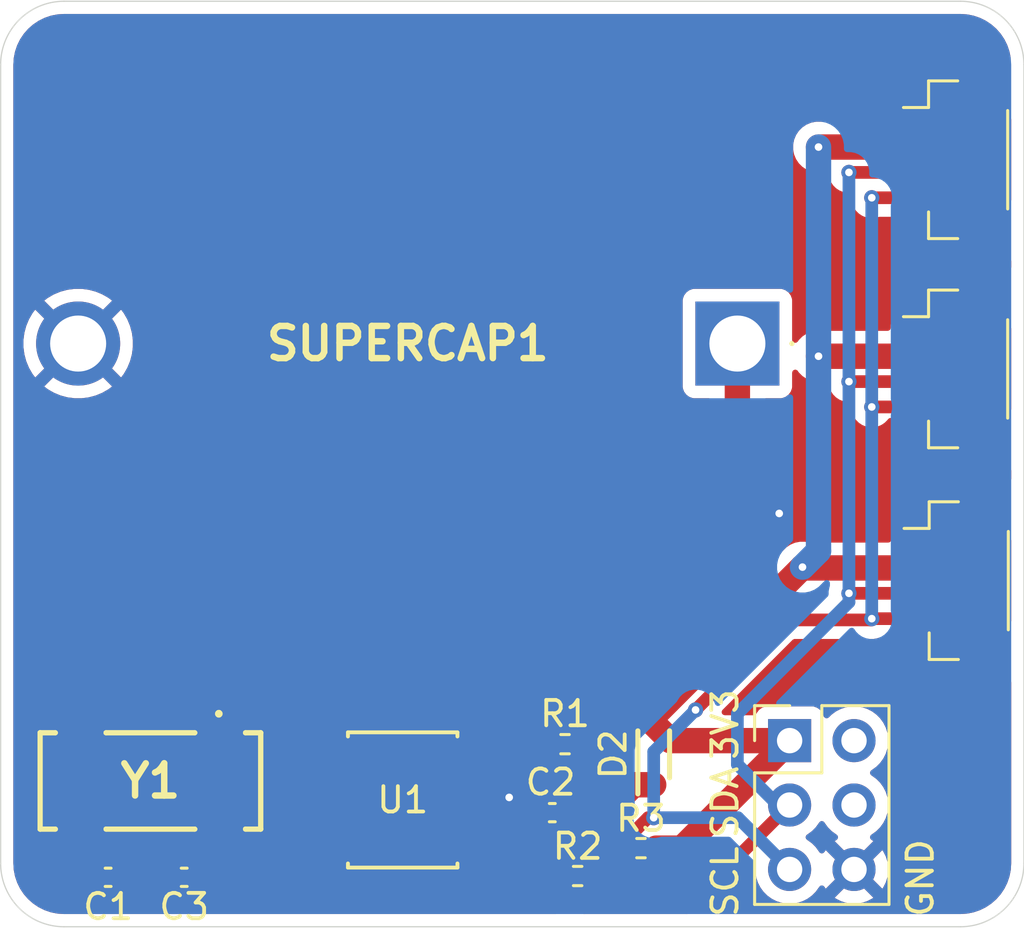
<source format=kicad_pcb>
(kicad_pcb (version 20241229) (generator "pcbnew") (generator_version "9.0")
  (layers (0 "F.Cu" signal) (2 "B.Cu" signal) (13 "F.Paste" user) (15 "B.Paste" user) (5 "F.SilkS" user "F.Silkscreen") (7 "B.SilkS" user "B.Silkscreen") (1 "F.Mask" user) (3 "B.Mask" user) (25 "Edge.Cuts" user))
  (net 0 "")
  (net 1 "GND")
  (net 2 "Net-(U1-OSCI)")
  (net 3 "Net-(D2-K)")
  (net 4 "Net-(U1-OSCO)")
  (net 5 "+3.3V")
  (net 6 "scl")
  (net 7 "sda")
  (net 8 "Net-(SUPERCAP1-+)")
  (footprint "Capacitor_SMD:C_0402_1005Metric_Pad0.74x0.62mm_HandSolder" (layer "F.Cu") (at 82.7 98.5 180)
    (property "Reference" "C2" (at 0.0675 1.2 0) (layer "F.SilkS"))
    (property "Value" "0.1u" (hide yes))
    (fp_line (start -0.115835 0.36) (end 0.115835 0.36) (stroke (width 0.12)) (layer "F.SilkS"))
    (fp_line (start -0.115835 -0.36) (end 0.115835 -0.36) (stroke (width 0.12)) (layer "F.SilkS"))
    (pad "1" smd roundrect (at -0.5675 0 180) (size 0.735 0.62) (layers "F.Cu" "F.Mask" "F.Paste") (net 3 "Net-(D2-K)"))
    (pad "2" smd roundrect (at 0.5675 0 180) (size 0.735 0.62) (layers "F.Cu" "F.Mask" "F.Paste") (net 1 "GND"))
  )
  (footprint "Capacitor_SMD:C_0402_1005Metric_Pad0.74x0.62mm_HandSolder" (layer "F.Cu") (at 65.1825 101.05 180)
    (property "Reference" "C1" (at 0 -1.16 0) (layer "F.SilkS"))
    (property "Value" "C" (hide yes))
    (fp_line (start -0.115835 0.36) (end 0.115835 0.36) (stroke (width 0.12)) (layer "F.SilkS"))
    (fp_line (start -0.115835 -0.36) (end 0.115835 -0.36) (stroke (width 0.12)) (layer "F.SilkS"))
    (pad "1" smd roundrect (at -0.5675 0 180) (size 0.735 0.62) (layers "F.Cu" "F.Mask" "F.Paste") (net 2 "Net-(U1-OSCI)"))
    (pad "2" smd roundrect (at 0.5675 0 180) (size 0.735 0.62) (layers "F.Cu" "F.Mask" "F.Paste") (net 1 "GND"))
  )
  (footprint "pcb_footprints:JST_SH_BM04B-SRSS-TB_1x04-1MP_P1.00mm_Vertical" (layer "F.Cu") (at 98.65 72.75 -90)
    (property "Reference" "J3" (hide yes))
    (property "Value" "Conn_01x04" (hide yes))
    (fp_line (start -3.11 1.11) (end -2.06 1.11) (stroke (width 0.12)) (layer "F.SilkS"))
    (fp_line (start -2.06 1.11) (end -2.06 2.1) (stroke (width 0.12)) (layer "F.SilkS"))
    (fp_line (start 3.11 1.11) (end 2.06 1.11) (stroke (width 0.12)) (layer "F.SilkS"))
    (fp_line (start -3.11 -0.04) (end -3.11 1.11) (stroke (width 0.12)) (layer "F.SilkS"))
    (fp_line (start 3.11 -0.04) (end 3.11 1.11) (stroke (width 0.12)) (layer "F.SilkS"))
    (fp_line (start -1.94 -2.01) (end 1.94 -2.01) (stroke (width 0.12)) (layer "F.SilkS"))
    (pad "1" smd roundrect (at -1.5 1.325 270) (size 0.6 1.55) (layers "F.Cu" "F.Mask" "F.Paste") (net 1 "GND"))
    (pad "2" smd roundrect (at -0.5 1.325 270) (size 0.6 1.55) (layers "F.Cu" "F.Mask" "F.Paste") (net 5 "+3.3V"))
    (pad "3" smd roundrect (at 0.5 1.325 270) (size 0.6 1.55) (layers "F.Cu" "F.Mask" "F.Paste") (net 7 "sda"))
    (pad "4" smd roundrect (at 1.5 1.325 270) (size 0.6 1.55) (layers "F.Cu" "F.Mask" "F.Paste") (net 6 "scl"))
    (pad "MP" smd roundrect (at -2.8 -1.2 270) (size 1.2 1.8) (layers "F.Cu" "F.Mask" "F.Paste") (roundrect_rratio 0.208333))
    (pad "MP" smd roundrect (at 2.8 -1.2 270) (size 1.2 1.8) (layers "F.Cu" "F.Mask" "F.Paste") (roundrect_rratio 0.208333))
  )
  (footprint "pcb_footprints:SODFL2512X90N" (layer "F.Cu") (at 86.7 96.2 90)
    (property "Reference" "D2" (at 0 -1.6 90) (layer "F.SilkS"))
    (property "Value" "RB751V-40X_R1" (hide yes))
    (fp_line (start -1.56 -0.625) (end 0.925 -0.625) (stroke (width 0.2)) (layer "F.SilkS"))
    (fp_line (start -0.925 0.625) (end 0.925 0.625) (stroke (width 0.2)) (layer "F.SilkS"))
    (pad "1" smd rect (at -1.2 0 180) (size 0.42 0.72) (layers "F.Cu" "F.Mask" "F.Paste") (net 3 "Net-(D2-K)"))
    (pad "2" smd rect (at 1.2 0 180) (size 0.42 0.72) (layers "F.Cu" "F.Mask" "F.Paste") (net 5 "+3.3V"))
  )
  (footprint "Connector_PinHeader_2.54mm:PinHeader_2x03_P2.54mm_Vertical" (layer "F.Cu") (at 92.06 95.66)
    (property "Reference" "J1" (hide yes))
    (property "Value" "Conn_02x03_Odd_Even" (hide yes))
    (fp_line (start -1.38 -1.38) (end 0 -1.38) (stroke (width 0.12)) (layer "F.SilkS"))
    (fp_line (start -1.38 0) (end -1.38 -1.38) (stroke (width 0.12)) (layer "F.SilkS"))
    (fp_line (start -1.38 1.27) (end -1.38 6.46) (stroke (width 0.12)) (layer "F.SilkS"))
    (fp_line (start -1.38 1.27) (end 1.27 1.27) (stroke (width 0.12)) (layer "F.SilkS"))
    (fp_line (start -1.38 6.46) (end 3.92 6.46) (stroke (width 0.12)) (layer "F.SilkS"))
    (fp_line (start 1.27 -1.38) (end 3.92 -1.38) (stroke (width 0.12)) (layer "F.SilkS"))
    (fp_line (start 1.27 1.27) (end 1.27 -1.38) (stroke (width 0.12)) (layer "F.SilkS"))
    (fp_line (start 3.92 -1.38) (end 3.92 6.46) (stroke (width 0.12)) (layer "F.SilkS"))
    (pad "1" thru_hole rect (at 0 0) (size 1.7 1.7) (drill 1) (layers "*.Cu" "*.Mask") (net 5 "+3.3V"))
    (pad "2" thru_hole circle (at 2.54 0) (size 1.7 1.7) (drill 1) (layers "*.Cu" "*.Mask"))
    (pad "3" thru_hole circle (at 0 2.54) (size 1.7 1.7) (drill 1) (layers "*.Cu" "*.Mask") (net 7 "sda"))
    (pad "4" thru_hole circle (at 2.54 2.54) (size 1.7 1.7) (drill 1) (layers "*.Cu" "*.Mask"))
    (pad "5" thru_hole circle (at 0 5.08) (size 1.7 1.7) (drill 1) (layers "*.Cu" "*.Mask") (net 6 "scl"))
    (pad "6" thru_hole circle (at 2.54 5.08) (size 1.7 1.7) (drill 1) (layers "*.Cu" "*.Mask") (net 1 "GND"))
  )
  (footprint "pcb_footprints:CE5R5505HFZJ" (layer "F.Cu") (at 90 80)
    (property "Reference" "SUPERCAP1" (at -13 0 0) (layer "F.SilkS") (effects (font (size 1.27 1.27) (thickness 0.254))))
    (property "Value" "5" (hide yes))
    (fp_line (start 2.1 0) (end 2.1 0) (stroke (width 0.1)) (layer "F.SilkS"))
    (fp_line (start 2.2 0) (end 2.2 0) (stroke (width 0.1)) (layer "F.SilkS"))
    (fp_arc (start 2.1 0) (mid 2.15 -0.05) (end 2.2 0) (stroke (width 0.1)) (layer "F.SilkS"))
    (fp_arc (start 2.2 0) (mid 2.15 0.05) (end 2.1 0) (stroke (width 0.1)) (layer "F.SilkS"))
    (pad "1" thru_hole rect (at 0 0) (size 3.315 3.315) (drill 2.21) (layers "*.Cu" "*.Mask") (net 8 "Net-(SUPERCAP1-+)"))
    (pad "2" thru_hole circle (at -26 0) (size 3.315 3.315) (drill 2.21) (layers "*.Cu" "*.Mask") (net 1 "GND"))
  )
  (footprint "Resistor_SMD:R_0402_1005Metric_Pad0.72x0.64mm_HandSolder" (layer "F.Cu") (at 86.1975 99.9)
    (property "Reference" "R3" (at 0 -1.17 0) (layer "F.SilkS"))
    (property "Value" "2.5k" (hide yes))
    (fp_line (start -0.167621 -0.38) (end 0.167621 -0.38) (stroke (width 0.12)) (layer "F.SilkS"))
    (fp_line (start -0.167621 0.38) (end 0.167621 0.38) (stroke (width 0.12)) (layer "F.SilkS"))
    (pad "1" smd roundrect (at -0.5975 0) (size 0.715 0.64) (layers "F.Cu" "F.Mask" "F.Paste") (net 6 "scl"))
    (pad "2" smd roundrect (at 0.5975 0) (size 0.715 0.64) (layers "F.Cu" "F.Mask" "F.Paste") (net 5 "+3.3V"))
  )
  (footprint "pcb_footprints:JST_SH_BM04B-SRSS-TB_1x04-1MP_P1.00mm_Vertical" (layer "F.Cu") (at 98.675 89.35 -90)
    (property "Reference" "J2" (hide yes))
    (property "Value" "Conn_01x04" (hide yes))
    (fp_line (start -3.11 1.11) (end -2.06 1.11) (stroke (width 0.12)) (layer "F.SilkS"))
    (fp_line (start -2.06 1.11) (end -2.06 2.1) (stroke (width 0.12)) (layer "F.SilkS"))
    (fp_line (start 3.11 1.11) (end 2.06 1.11) (stroke (width 0.12)) (layer "F.SilkS"))
    (fp_line (start -3.11 -0.04) (end -3.11 1.11) (stroke (width 0.12)) (layer "F.SilkS"))
    (fp_line (start 3.11 -0.04) (end 3.11 1.11) (stroke (width 0.12)) (layer "F.SilkS"))
    (fp_line (start -1.94 -2.01) (end 1.94 -2.01) (stroke (width 0.12)) (layer "F.SilkS"))
    (pad "1" smd roundrect (at -1.5 1.325 270) (size 0.6 1.55) (layers "F.Cu" "F.Mask" "F.Paste") (net 1 "GND"))
    (pad "2" smd roundrect (at -0.5 1.325 270) (size 0.6 1.55) (layers "F.Cu" "F.Mask" "F.Paste") (net 5 "+3.3V"))
    (pad "3" smd roundrect (at 0.5 1.325 270) (size 0.6 1.55) (layers "F.Cu" "F.Mask" "F.Paste") (net 7 "sda"))
    (pad "4" smd roundrect (at 1.5 1.325 270) (size 0.6 1.55) (layers "F.Cu" "F.Mask" "F.Paste") (net 6 "scl"))
    (pad "MP" smd roundrect (at -2.8 -1.2 270) (size 1.2 1.8) (layers "F.Cu" "F.Mask" "F.Paste") (roundrect_rratio 0.208333))
    (pad "MP" smd roundrect (at 2.8 -1.2 270) (size 1.2 1.8) (layers "F.Cu" "F.Mask" "F.Paste") (roundrect_rratio 0.208333))
  )
  (footprint "Capacitor_SMD:C_0402_1005Metric_Pad0.74x0.62mm_HandSolder" (layer "F.Cu") (at 68.1825 101.05 180)
    (property "Reference" "C3" (at 0 -1.16 0) (layer "F.SilkS"))
    (property "Value" "C" (hide yes))
    (fp_line (start -0.115835 0.36) (end 0.115835 0.36) (stroke (width 0.12)) (layer "F.SilkS"))
    (fp_line (start -0.115835 -0.36) (end 0.115835 -0.36) (stroke (width 0.12)) (layer "F.SilkS"))
    (pad "1" smd roundrect (at -0.5675 0 180) (size 0.735 0.62) (layers "F.Cu" "F.Mask" "F.Paste") (net 4 "Net-(U1-OSCO)"))
    (pad "2" smd roundrect (at 0.5675 0 180) (size 0.735 0.62) (layers "F.Cu" "F.Mask" "F.Paste") (net 1 "GND"))
  )
  (footprint "pcb_footprints:PCF8563T_5_518_U_SO8_NXP" (layer "F.Cu") (at 76.8 98)
    (property "Reference" "U1" (at 0 0 0) (layer "F.SilkS"))
    (property "Value" "PCF8563T/5_518" (hide yes))
    (fp_line (start -2.159 -2.667) (end -2.159 -2.50444) (stroke (width 0.1524)) (layer "F.SilkS"))
    (fp_line (start -2.159 2.50444) (end -2.159 2.667) (stroke (width 0.1524)) (layer "F.SilkS"))
    (fp_line (start -2.159 2.667) (end 2.159 2.667) (stroke (width 0.1524)) (layer "F.SilkS"))
    (fp_line (start 2.159 -2.667) (end -2.159 -2.667) (stroke (width 0.1524)) (layer "F.SilkS"))
    (fp_line (start 2.159 -2.50444) (end 2.159 -2.667) (stroke (width 0.1524)) (layer "F.SilkS"))
    (fp_line (start 2.159 2.667) (end 2.159 2.50444) (stroke (width 0.1524)) (layer "F.SilkS"))
    (pad "1" smd rect (at -2.7432 -1.905) (size 1.4224 0.5334) (layers "F.Cu" "F.Mask" "F.Paste") (net 2 "Net-(U1-OSCI)"))
    (pad "2" smd rect (at -2.7432 -0.635) (size 1.4224 0.5334) (layers "F.Cu" "F.Mask" "F.Paste") (net 4 "Net-(U1-OSCO)"))
    (pad "3" smd rect (at -2.7432 0.635) (size 1.4224 0.5334) (layers "F.Cu" "F.Mask" "F.Paste"))
    (pad "4" smd rect (at -2.7432 1.905) (size 1.4224 0.5334) (layers "F.Cu" "F.Mask" "F.Paste") (net 1 "GND"))
    (pad "5" smd rect (at 2.7432 1.905) (size 1.4224 0.5334) (layers "F.Cu" "F.Mask" "F.Paste") (net 7 "sda"))
    (pad "6" smd rect (at 2.7432 0.635) (size 1.4224 0.5334) (layers "F.Cu" "F.Mask" "F.Paste") (net 6 "scl"))
    (pad "7" smd rect (at 2.7432 -0.635) (size 1.4224 0.5334) (layers "F.Cu" "F.Mask" "F.Paste"))
    (pad "8" smd rect (at 2.7432 -1.905) (size 1.4224 0.5334) (layers "F.Cu" "F.Mask" "F.Paste") (net 3 "Net-(D2-K)"))
  )
  (footprint "pcb_footprints:LFXTAL016178REEL" (layer "F.Cu") (at 66.85 97.25 180)
    (property "Reference" "Y1" (at 0 0 0) (layer "F.SilkS") (effects (font (size 1.27 1.27) (thickness 0.254))))
    (property "Value" "LFXTAL016178REEL" (hide yes))
    (fp_line (start 4.35 1.9) (end 4.35 1.9) (stroke (width 0.2)) (layer "F.SilkS"))
    (fp_line (start 4.35 1.9) (end 4.35 1.9) (stroke (width 0.2)) (layer "F.SilkS"))
    (fp_line (start 4.35 1.9) (end 4.35 -1.9) (stroke (width 0.2)) (layer "F.SilkS"))
    (fp_line (start 4.35 1.9) (end 3.75 1.9) (stroke (width 0.2)) (layer "F.SilkS"))
    (fp_line (start 4.35 -1.9) (end 4.35 1.9) (stroke (width 0.2)) (layer "F.SilkS"))
    (fp_line (start 4.35 -1.9) (end 4.35 -1.9) (stroke (width 0.2)) (layer "F.SilkS"))
    (fp_line (start 4.35 -1.9) (end 4.35 -1.9) (stroke (width 0.2)) (layer "F.SilkS"))
    (fp_line (start 4.35 -1.9) (end 3.75 -1.9) (stroke (width 0.2)) (layer "F.SilkS"))
    (fp_line (start 3.75 1.9) (end 4.35 1.9) (stroke (width 0.2)) (layer "F.SilkS"))
    (fp_line (start 3.75 1.9) (end 3.75 1.9) (stroke (width 0.2)) (layer "F.SilkS"))
    (fp_line (start 3.75 -1.9) (end 4.35 -1.9) (stroke (width 0.2)) (layer "F.SilkS"))
    (fp_line (start 3.75 -1.9) (end 3.75 -1.9) (stroke (width 0.2)) (layer "F.SilkS"))
    (fp_line (start 1.75 1.9) (end 1.75 1.9) (stroke (width 0.2)) (layer "F.SilkS"))
    (fp_line (start 1.75 1.9) (end -1.75 1.9) (stroke (width 0.2)) (layer "F.SilkS"))
    (fp_line (start 1.75 -1.9) (end 1.75 -1.9) (stroke (width 0.2)) (layer "F.SilkS"))
    (fp_line (start 1.75 -1.9) (end -1.75 -1.9) (stroke (width 0.2)) (layer "F.SilkS"))
    (fp_line (start -1.75 1.9) (end 1.75 1.9) (stroke (width 0.2)) (layer "F.SilkS"))
    (fp_line (start -1.75 1.9) (end -1.75 1.9) (stroke (width 0.2)) (layer "F.SilkS"))
    (fp_line (start -1.75 -1.9) (end 1.75 -1.9) (stroke (width 0.2)) (layer "F.SilkS"))
    (fp_line (start -1.75 -1.9) (end -1.75 -1.9) (stroke (width 0.2)) (layer "F.SilkS"))
    (fp_line (start -2.7 2.7) (end -2.7 2.7) (stroke (width 0.2)) (layer "F.SilkS"))
    (fp_line (start -2.7 2.7) (end -2.7 2.7) (stroke (width 0.2)) (layer "F.SilkS"))
    (fp_line (start -2.7 2.6) (end -2.7 2.6) (stroke (width 0.2)) (layer "F.SilkS"))
    (fp_line (start -3.75 1.9) (end -3.75 1.9) (stroke (width 0.2)) (layer "F.SilkS"))
    (fp_line (start -3.75 1.9) (end -4.35 1.9) (stroke (width 0.2)) (layer "F.SilkS"))
    (fp_line (start -3.75 -1.9) (end -3.75 -1.9) (stroke (width 0.2)) (layer "F.SilkS"))
    (fp_line (start -3.75 -1.9) (end -4.35 -1.9) (stroke (width 0.2)) (layer "F.SilkS"))
    (fp_line (start -4.35 1.9) (end -3.75 1.9) (stroke (width 0.2)) (layer "F.SilkS"))
    (fp_line (start -4.35 1.9) (end -4.35 1.9) (stroke (width 0.2)) (layer "F.SilkS"))
    (fp_line (start -4.35 1.9) (end -4.35 1.9) (stroke (width 0.2)) (layer "F.SilkS"))
    (fp_line (start -4.35 1.9) (end -4.35 -1.9) (stroke (width 0.2)) (layer "F.SilkS"))
    (fp_line (start -4.35 -1.9) (end -3.75 -1.9) (stroke (width 0.2)) (layer "F.SilkS"))
    (fp_line (start -4.35 -1.9) (end -4.35 1.9) (stroke (width 0.2)) (layer "F.SilkS"))
    (fp_line (start -4.35 -1.9) (end -4.35 -1.9) (stroke (width 0.2)) (layer "F.SilkS"))
    (fp_line (start -4.35 -1.9) (end -4.35 -1.9) (stroke (width 0.2)) (layer "F.SilkS"))
    (fp_arc (start -2.7 2.7) (mid -2.75 2.65) (end -2.7 2.6) (stroke (width 0.2)) (layer "F.SilkS"))
    (fp_arc (start -2.7 2.6) (mid -2.65 2.65) (end -2.7 2.7) (stroke (width 0.2)) (layer "F.SilkS"))
    (fp_arc (start -2.7 2.6) (mid -2.65 2.65) (end -2.7 2.7) (stroke (width 0.2)) (layer "F.SilkS"))
    (pad "1" smd rect (at -2.75 1.15 180) (size 0.7 1.6) (layers "F.Cu" "F.Mask" "F.Paste") (net 2 "Net-(U1-OSCI)"))
    (pad "2" smd rect (at 2.75 1.15 180) (size 0.7 1.6) (layers "F.Cu" "F.Mask" "F.Paste") (net 1 "GND"))
    (pad "3" smd rect (at 2.75 -1.15 180) (size 0.7 1.6) (layers "F.Cu" "F.Mask" "F.Paste") (net 1 "GND"))
    (pad "4" smd rect (at -2.75 -1.15 180) (size 0.7 1.6) (layers "F.Cu" "F.Mask" "F.Paste") (net 4 "Net-(U1-OSCO)"))
  )
  (footprint "pcb_footprints:JST_SH_BM04B-SRSS-TB_1x04-1MP_P1.00mm_Vertical" (layer "F.Cu") (at 98.65 81 -90)
    (property "Reference" "J4" (hide yes))
    (property "Value" "Conn_01x04" (hide yes))
    (fp_line (start -3.11 1.11) (end -2.06 1.11) (stroke (width 0.12)) (layer "F.SilkS"))
    (fp_line (start -2.06 1.11) (end -2.06 2.1) (stroke (width 0.12)) (layer "F.SilkS"))
    (fp_line (start 3.11 1.11) (end 2.06 1.11) (stroke (width 0.12)) (layer "F.SilkS"))
    (fp_line (start -3.11 -0.04) (end -3.11 1.11) (stroke (width 0.12)) (layer "F.SilkS"))
    (fp_line (start 3.11 -0.04) (end 3.11 1.11) (stroke (width 0.12)) (layer "F.SilkS"))
    (fp_line (start -1.94 -2.01) (end 1.94 -2.01) (stroke (width 0.12)) (layer "F.SilkS"))
    (pad "1" smd roundrect (at -1.5 1.325 270) (size 0.6 1.55) (layers "F.Cu" "F.Mask" "F.Paste") (net 1 "GND"))
    (pad "2" smd roundrect (at -0.5 1.325 270) (size 0.6 1.55) (layers "F.Cu" "F.Mask" "F.Paste") (net 5 "+3.3V"))
    (pad "3" smd roundrect (at 0.5 1.325 270) (size 0.6 1.55) (layers "F.Cu" "F.Mask" "F.Paste") (net 7 "sda"))
    (pad "4" smd roundrect (at 1.5 1.325 270) (size 0.6 1.55) (layers "F.Cu" "F.Mask" "F.Paste") (net 6 "scl"))
    (pad "MP" smd roundrect (at -2.8 -1.2 270) (size 1.2 1.8) (layers "F.Cu" "F.Mask" "F.Paste") (roundrect_rratio 0.208333))
    (pad "MP" smd roundrect (at 2.8 -1.2 270) (size 1.2 1.8) (layers "F.Cu" "F.Mask" "F.Paste") (roundrect_rratio 0.208333))
  )
  (footprint "Resistor_SMD:R_0402_1005Metric_Pad0.72x0.64mm_HandSolder" (layer "F.Cu") (at 83.2025 95.8 180)
    (property "Reference" "R1" (at 0.0025 1.2 0) (layer "F.SilkS"))
    (property "Value" "20k" (hide yes))
    (fp_line (start -0.167621 0.38) (end 0.167621 0.38) (stroke (width 0.12)) (layer "F.SilkS"))
    (fp_line (start -0.167621 -0.38) (end 0.167621 -0.38) (stroke (width 0.12)) (layer "F.SilkS"))
    (pad "1" smd roundrect (at -0.5975 0 180) (size 0.715 0.64) (layers "F.Cu" "F.Mask" "F.Paste") (net 8 "Net-(SUPERCAP1-+)"))
    (pad "2" smd roundrect (at 0.5975 0 180) (size 0.715 0.64) (layers "F.Cu" "F.Mask" "F.Paste") (net 3 "Net-(D2-K)"))
  )
  (footprint "Resistor_SMD:R_0402_1005Metric_Pad0.72x0.64mm_HandSolder" (layer "F.Cu") (at 83.7 101)
    (property "Reference" "R2" (at 0 -1.17 0) (layer "F.SilkS"))
    (property "Value" "2.5k" (hide yes))
    (fp_line (start -0.167621 -0.38) (end 0.167621 -0.38) (stroke (width 0.12)) (layer "F.SilkS"))
    (fp_line (start -0.167621 0.38) (end 0.167621 0.38) (stroke (width 0.12)) (layer "F.SilkS"))
    (pad "1" smd roundrect (at -0.5975 0) (size 0.715 0.64) (layers "F.Cu" "F.Mask" "F.Paste") (net 7 "sda"))
    (pad "2" smd roundrect (at 0.5975 0) (size 0.715 0.64) (layers "F.Cu" "F.Mask" "F.Paste") (net 5 "+3.3V"))
  )
  (gr_arc (start 101.3 100.5) (mid 100.567767 102.267767) (end 98.8 103) (stroke (width 0.05)) (layer "Edge.Cuts"))
  (gr_line (start 101.3 69) (end 101.3 100.5) (stroke (width 0.05)) (layer "Edge.Cuts"))
  (gr_line (start 63.443 66.5) (end 98.8 66.5) (stroke (width 0.05)) (layer "Edge.Cuts"))
  (gr_arc (start 60.943 69) (mid 61.675233 67.232233) (end 63.443 66.5) (stroke (width 0.05)) (layer "Edge.Cuts"))
  (gr_line (start 60.943 100.5) (end 60.943 69) (stroke (width 0.05)) (layer "Edge.Cuts"))
  (gr_arc (start 63.443 103) (mid 61.675233 102.267767) (end 60.943 100.5) (stroke (width 0.05)) (layer "Edge.Cuts"))
  (gr_line (start 98.8 103) (end 63.443 103) (stroke (width 0.05)) (layer "Edge.Cuts"))
  (gr_arc (start 98.8 66.5) (mid 100.567767 67.232233) (end 101.3 69) (stroke (width 0.05)) (layer "Edge.Cuts"))
  (gr_text "GND" (at 97.8 102.7 90) (layer "F.SilkS") (effects (font (size 1 1)) (justify left bottom)))
  (gr_text "SDA" (at 90.1 99.6 90) (layer "F.SilkS") (effects (font (size 1 1)) (justify left bottom)))
  (gr_text "3V3" (at 90.1 96.5 90) (layer "F.SilkS") (effects (font (size 1 1)) (justify left bottom)))
  (gr_text "SCL" (at 90.1 102.7 90) (layer "F.SilkS") (effects (font (size 1 1)) (justify left bottom)))
  (via (at 91.65 86.7) (size 0.6) (drill 0.3) (layers "F.Cu" "B.Cu") (net 1))
  (via (at 81 97.9) (size 0.6) (drill 0.3) (layers "F.Cu" "B.Cu") (net 1))
  (segment (start 65.75 101.05) (end 65.75 99.75) (width 0.5) (layer "F.Cu") (net 2))
  (segment (start 65.75 99.75) (end 69.4 96.1) (width 0.5) (layer "F.Cu") (net 2))
  (segment (start 69.4 96.1) (end 69.6 96.1) (width 0.5) (layer "F.Cu") (net 2))
  (segment (start 69.605 96.095) (end 69.6 96.1) (width 0.5) (layer "F.Cu") (net 2))
  (segment (start 74.0568 96.095) (end 69.605 96.095) (width 0.5) (layer "F.Cu") (net 2))
  (segment (start 74.0518 96.1) (end 74.0568 96.095) (width 0.5) (layer "F.Cu") (net 2))
  (segment (start 82.605 95.8) (end 82.605 96.184572) (width 1) (layer "F.Cu") (net 3))
  (segment (start 85.9 97.4) (end 84.8 98.5) (width 1) (layer "F.Cu") (net 3))
  (segment (start 82.605 95.8) (end 79.8382 95.8) (width 1) (layer "F.Cu") (net 3))
  (segment (start 86.7 97.4) (end 85.9 97.4) (width 1) (layer "F.Cu") (net 3))
  (segment (start 82.605 96.184572) (end 83.2675 96.847072) (width 1) (layer "F.Cu") (net 3))
  (segment (start 83.2675 98.5) (end 84.8 98.5) (width 1) (layer "F.Cu") (net 3))
  (segment (start 83.2675 96.847072) (end 83.2675 98.5) (width 1) (layer "F.Cu") (net 3))
  (segment (start 79.8382 95.8) (end 79.5432 96.095) (width 1) (layer "F.Cu") (net 3))
  (segment (start 74.0568 97.365) (end 70.635 97.365) (width 0.5) (layer "F.Cu") (net 4))
  (segment (start 68.75 101.05) (end 68.75 99.25) (width 0.5) (layer "F.Cu") (net 4))
  (segment (start 68.75 99.25) (end 69.6 98.4) (width 0.5) (layer "F.Cu") (net 4))
  (segment (start 70.635 97.365) (end 69.6 98.4) (width 0.5) (layer "F.Cu") (net 4))
  (segment (start 86.795 99.9) (end 87.82 99.9) (width 1) (layer "F.Cu") (net 5))
  (segment (start 87.82 99.9) (end 92.06 95.66) (width 1) (layer "F.Cu") (net 5))
  (segment (start 86.72 101) (end 87.82 99.9) (width 1) (layer "F.Cu") (net 5))
  (segment (start 93.2 80.5) (end 97.325 80.5) (width 1) (layer "F.Cu") (net 5))
  (segment (start 92.6 88.85) (end 97.35 88.85) (width 1) (layer "F.Cu") (net 5))
  (segment (start 84.2975 101) (end 86.72 101) (width 1) (layer "F.Cu") (net 5))
  (segment (start 92.567186 88.817186) (end 92.6 88.85) (width 1) (layer "F.Cu") (net 5))
  (segment (start 87.36 95.66) (end 86.7 95) (width 1) (layer "F.Cu") (net 5))
  (segment (start 93.2 72.25) (end 97.325 72.25) (width 1) (layer "F.Cu") (net 5))
  (segment (start 92.567186 88.817186) (end 86.7 94.684372) (width 1) (layer "F.Cu") (net 5))
  (segment (start 92.06 95.66) (end 87.36 95.66) (width 1) (layer "F.Cu") (net 5))
  (segment (start 86.7 94.684372) (end 86.7 95) (width 1) (layer "F.Cu") (net 5))
  (via (at 93.2 80.5) (size 0.6) (drill 0.3) (layers "F.Cu" "B.Cu") (net 5))
  (via (at 93.2 72.25) (size 0.6) (drill 0.3) (layers "F.Cu" "B.Cu") (net 5))
  (via (at 92.567186 88.817186) (size 0.6) (drill 0.3) (layers "F.Cu" "B.Cu") (net 5))
  (segment (start 93.2 88.184372) (end 92.567186 88.817186) (width 1) (layer "B.Cu") (net 5))
  (segment (start 93.2 72.25) (end 93.2 88.184372) (width 1) (layer "B.Cu") (net 5))
  (segment (start 86.480001 98.7) (end 86.7 98.7) (width 0.5) (layer "F.Cu") (net 6))
  (segment (start 95.3 90.85) (end 97.35 90.85) (width 0.5) (layer "F.Cu") (net 6))
  (segment (start 91.9 90.9) (end 88.35 94.45) (width 0.5) (layer "F.Cu") (net 6))
  (segment (start 85.2 99.5) (end 84.2 99.5) (width 0.5) (layer "F.Cu") (net 6))
  (segment (start 85.6 99.9) (end 85.2 99.5) (width 0.5) (layer "F.Cu") (net 6))
  (segment (start 80.1531 98.635) (end 79.5432 98.635) (width 0.5) (layer "F.Cu") (net 6))
  (segment (start 95.3 82.5) (end 97.325 82.5) (width 0.5) (layer "F.Cu") (net 6))
  (segment (start 85.6 99.580001) (end 86.480001 98.7) (width 0.5) (layer "F.Cu") (net 6))
  (segment (start 85.6 99.9) (end 85.6 99.580001) (width 0.5) (layer "F.Cu") (net 6))
  (segment (start 95.3 90.85) (end 95.25 90.9) (width 0.5) (layer "F.Cu") (net 6))
  (segment (start 95.25 90.9) (end 91.9 90.9) (width 0.5) (layer "F.Cu") (net 6))
  (segment (start 81.0181 99.5) (end 80.1531 98.635) (width 0.5) (layer "F.Cu") (net 6))
  (segment (start 95.3 74.25) (end 97.325 74.25) (width 0.5) (layer "F.Cu") (net 6))
  (segment (start 84.2 99.5) (end 81.0181 99.5) (width 0.5) (layer "F.Cu") (net 6))
  (via (at 88.35 94.45) (size 0.6) (drill 0.3) (layers "F.Cu" "B.Cu") (net 6))
  (via (at 95.3 90.85) (size 0.6) (drill 0.3) (layers "F.Cu" "B.Cu") (net 6))
  (via (at 86.7 98.7) (size 0.6) (drill 0.3) (layers "F.Cu" "B.Cu") (net 6))
  (via (at 95.3 74.25) (size 0.6) (drill 0.3) (layers "F.Cu" "B.Cu") (net 6))
  (via (at 95.3 82.5) (size 0.6) (drill 0.3) (layers "F.Cu" "B.Cu") (net 6))
  (segment (start 86.7 98.7) (end 86.7 96.1) (width 0.5) (layer "B.Cu") (net 6))
  (segment (start 86.7 96.1) (end 88.35 94.45) (width 0.5) (layer "B.Cu") (net 6))
  (segment (start 90.02 98.7) (end 92.06 100.74) (width 0.5) (layer "B.Cu") (net 6))
  (segment (start 95.3 74.25) (end 95.3 90.85) (width 0.5) (layer "B.Cu") (net 6))
  (segment (start 86.7 98.7) (end 90.02 98.7) (width 0.5) (layer "B.Cu") (net 6))
  (segment (start 83.949 102.249) (end 88.011 102.249) (width 0.5) (layer "F.Cu") (net 7))
  (segment (start 94.4 73.25) (end 97.325 73.25) (width 0.5) (layer "F.Cu") (net 7))
  (segment (start 80.6382 101) (end 79.5432 99.905) (width 0.5) (layer "F.Cu") (net 7))
  (segment (start 88.011 102.249) (end 92.06 98.2) (width 0.5) (layer "F.Cu") (net 7))
  (segment (start 83.1025 101) (end 80.6382 101) (width 0.5) (layer "F.Cu") (net 7))
  (segment (start 94.4 89.85) (end 97.35 89.85) (width 0.5) (layer "F.Cu") (net 7))
  (segment (start 83.1025 101) (end 83.1025 101.4025) (width 0.5) (layer "F.Cu") (net 7))
  (segment (start 94.4 81.5) (end 97.325 81.5) (width 0.5) (layer "F.Cu") (net 7))
  (segment (start 83.1025 101.4025) (end 83.949 102.249) (width 0.5) (layer "F.Cu") (net 7))
  (via (at 94.4 81.5) (size 0.6) (drill 0.3) (layers "F.Cu" "B.Cu") (net 7))
  (via (at 94.4 73.25) (size 0.6) (drill 0.3) (layers "F.Cu" "B.Cu") (net 7))
  (via (at 94.4 89.85) (size 0.6) (drill 0.3) (layers "F.Cu" "B.Cu") (net 7))
  (segment (start 91.6 98.2) (end 92.06 98.2) (width 0.5) (layer "B.Cu") (net 7))
  (segment (start 90 96.6) (end 91.6 98.2) (width 0.5) (layer "B.Cu") (net 7))
  (segment (start 94.4 73.25) (end 94.4 89.85) (width 0.5) (layer "B.Cu") (net 7))
  (segment (start 94.4 89.85) (end 94.4 90.2) (width 0.5) (layer "B.Cu") (net 7))
  (segment (start 94.4 90.2) (end 90 94.6) (width 0.5) (layer "B.Cu") (net 7))
  (segment (start 90 94.6) (end 90 96.6) (width 0.5) (layer "B.Cu") (net 7))
  (segment (start 90 89.5) (end 83.859449 95.640551) (width 1) (layer "F.Cu") (net 8))
  (segment (start 83.859449 95.640551) (end 83.859449 95.740551) (width 1) (layer "F.Cu") (net 8))
  (segment (start 90 80) (end 90 89.5) (width 1) (layer "F.Cu") (net 8))
  (zone (net 1) (net_name "GND") (layer "F.Cu") (connect_pads (clearance 0.5)) (min_thickness 0.25) (fill yes (thermal_gap 0.5) (thermal_bridge_width 0.5))
    (polygon (pts (xy 61.343 66.5) (xy 101.3 66.5) (xy 101.3 103) (xy 61.343 103)))
  )
  (zone (net 1) (net_name "GND") (layer "B.Cu") (priority 1) (connect_pads (clearance 0.5)) (min_thickness 0.25) (fill yes (thermal_gap 0.5) (thermal_bridge_width 0.5))
    (polygon (pts (xy 61.343 66.5) (xy 101.3 66.5) (xy 101.3 103) (xy 61.343 103)))
  )
)
</source>
